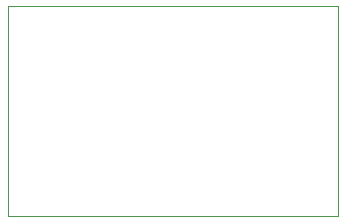
<source format=gbr>
G04 #@! TF.GenerationSoftware,KiCad,Pcbnew,5.0.2-bee76a0~70~ubuntu16.04.1*
G04 #@! TF.CreationDate,2019-10-02T00:23:43-07:00*
G04 #@! TF.ProjectId,sram-register-file,7372616d-2d72-4656-9769-737465722d66,rev?*
G04 #@! TF.SameCoordinates,Original*
G04 #@! TF.FileFunction,Profile,NP*
%FSLAX46Y46*%
G04 Gerber Fmt 4.6, Leading zero omitted, Abs format (unit mm)*
G04 Created by KiCad (PCBNEW 5.0.2-bee76a0~70~ubuntu16.04.1) date Wed 02 Oct 2019 12:23:43 AM PDT*
%MOMM*%
%LPD*%
G01*
G04 APERTURE LIST*
%ADD10C,0.025400*%
G04 APERTURE END LIST*
D10*
X137160000Y-96520000D02*
X137160000Y-78740000D01*
X165100000Y-96520000D02*
X137160000Y-96520000D01*
X165100000Y-78740000D02*
X165100000Y-96520000D01*
X137160000Y-78740000D02*
X165100000Y-78740000D01*
M02*

</source>
